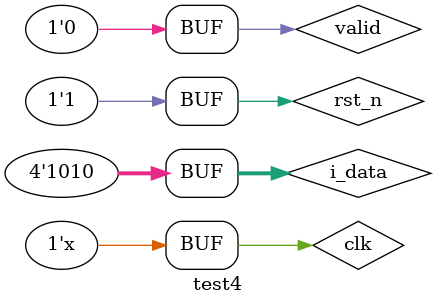
<source format=v>
`timescale 1ns / 1ps

module test4(); 
	reg	 clk;		
	reg	 rst_n;
	reg	 [3:0] i_data;
	reg valid;
	wire [5:0] o_data;
	wire o_ready;
	

	initial begin
        clk=0;
		i_data  = 4'b0000;
		valid = 1'b0;
		rst_n   = 1'b1;
		#10;
		i_data  = 4'b0001;
		valid = 1'b1;
		#10;
		i_data  = 4'b0100;
		#10;
		i_data  = 4'b1000;
		valid = 1'b0;
		#10;
		i_data  = 4'b1111;
		valid = 1'b1;
		#10;
		i_data  = 4'b1001;
		#10;
		i_data  = 4'b1101;
		#10;
		i_data  = 4'b0010;
		valid = 1'b0;
		#10;
		i_data  = 4'b0011;
		valid = 1'b1;
		#10;
		i_data  = 4'b0010;
		#10;
		i_data  = 4'b1010;	
		#10
		valid=1'b0;	
	end
	
    always #5 clk=~clk;
    
	add test(
	.clk(clk),			
	.rst_n(rst_n),    
	.i_data(i_data),      
	.valid(valid),      
	.o_data(o_data),       
	.o_ready(o_ready)       
    );
endmodule

</source>
